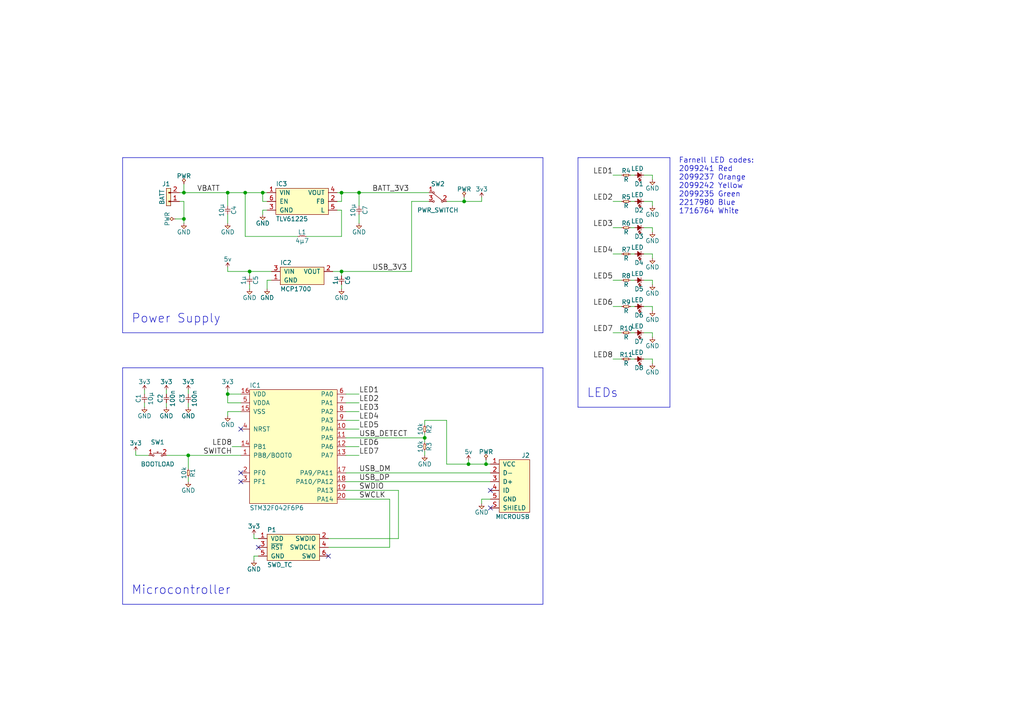
<source format=kicad_sch>
(kicad_sch (version 20230121) (generator eeschema)
  (paper "A4")
  (title_block (title "Electronics Club Michalmas Project") (date "2016-10-11") (rev "1") (comment 1 "Drawn By: D Turner & A Greig"))
  (lib_symbols
    (symbol "yuletronics-rescue:3v3" (power) (pin_numbers hide) (pin_names (offset 1.016) hide)
      (property "Value" "3v3" (at 0 2.286 0))
      (symbol "3v3_0_1"
        (polyline (pts (xy 0 1.27) (xy 0.508 0.508)))
        (polyline (pts (xy 0 0) (xy 0 1.27) (xy -0.508 0.508)))
      )
      (symbol "3v3_1_1"
        (pin power_in line (at 0 0 180) (length 0) hide (name "3v3") (number "1"))
      )
    )
    (symbol "yuletronics-rescue:5v" (power) (pin_numbers hide) (pin_names (offset 1.016) hide)
      (property "Value" "5v" (at 0 2.286 0))
      (symbol "5v_0_1"
        (polyline (pts (xy 0 1.27) (xy 0.508 0.508)))
        (polyline (pts (xy 0 0) (xy 0 1.27) (xy -0.508 0.508)))
      )
      (symbol "5v_1_1"
        (pin power_in line (at 0 0 180) (length 0) hide (name "5v") (number "1"))
      )
    )
    (symbol "yuletronics-rescue:C" (pin_numbers hide) (pin_names (offset 1.016) hide)
      (property "Reference" "C" (at 1.27 1.778 0))
      (property "Value" "C" (at 1.27 -1.778 0))
      (symbol "C_0_1"
        (polyline (pts (xy 1.016 0.762) (xy 1.016 -0.762)))
        (polyline (pts (xy 1.524 0.762) (xy 1.524 -0.762)))
      )
      (symbol "C_1_1"
        (pin passive line (at 0 0 0) (length 1.016) (name "~") (number "1"))
        (pin passive line (at 2.54 0 180) (length 1.016) (name "~") (number "2"))
      )
    )
    (symbol "yuletronics-rescue:CONN_01x02" (pin_names (offset 0.0254) hide)
      (property "Reference" "J" (at -1.27 2.54 0))
      (property "Value" "CONN_01x02" (at -1.27 -5.08 0))
      (symbol "CONN_01x02_0_1"
        (rectangle (start 0 -2.413) (end -0.635 -2.667) (fill (type outline)))
        (rectangle (start 0 0.127) (end -0.635 -0.127) (fill (type outline)))
        (rectangle (start 0 1.27) (end -1.27 -3.81) (fill (type background)))
      )
      (symbol "CONN_01x02_1_1"
        (pin passive line (at 2.54 0 180) (length 2.54) (name "1") (number "1"))
        (pin passive line (at 2.54 -2.54 180) (length 2.54) (name "2") (number "2"))
      )
    )
    (symbol "yuletronics-rescue:GND" (power) (pin_numbers hide) (pin_names (offset 1.016) hide)
      (property "Value" "GND" (at 0 -2.54 0))
      (symbol "GND_0_1"
        (polyline (pts (xy 0 0) (xy 0 -0.762)))
        (polyline (pts (xy -0.762 -0.762) (xy 0.762 -0.762) (xy 0 -1.524) (xy -0.762 -0.762)) (fill (type background)))
      )
      (symbol "GND_1_1"
        (pin power_in line (at 0 0 180) (length 0) hide (name "GND") (number "1"))
      )
    )
    (symbol "yuletronics-rescue:L" (pin_numbers hide) (pin_names (offset 1.016) hide)
      (property "Reference" "L" (at 1.27 1.27 0))
      (property "Value" "L" (at 1.27 -1.27 0))
      (symbol "L_0_1"
        (arc (start 1.016 0) (mid 0.762 0.2529) (end 0.508 0))
        (arc (start 1.524 0) (mid 1.27 0.2529) (end 1.016 0))
        (arc (start 2.032 0) (mid 1.778 0.2529) (end 1.524 0))
      )
      (symbol "L_1_1"
        (pin passive line (at 0 0 0) (length 0.508) (name "~") (number "1"))
        (pin passive line (at 2.54 0 180) (length 0.508) (name "~") (number "2"))
      )
    )
    (symbol "yuletronics-rescue:LED" (pin_numbers hide) (pin_names (offset 1.016) hide)
      (property "Reference" "D" (at 0 2.54 0))
      (property "Value" "LED" (at 0 -1.905 0))
      (symbol "LED_0_1"
        (polyline (pts (xy 0.762 0.762) (xy 0.762 -0.762)))
        (polyline (pts (xy 0.762 0) (xy 1.778 0.762) (xy 1.778 -0.762) (xy 0.762 0)) (fill (type outline)))
        (polyline (pts (xy 1.524 1.016) (xy 1.27 1.27) (xy 1.524 1.27) (xy 1.016 1.778) (xy 1.016 1.524) (xy 1.27 1.778) (xy 1.016 1.778)))
        (polyline (pts (xy 1.27 0.762) (xy 1.016 1.016) (xy 1.27 1.016) (xy 1.016 1.27) (xy 0.762 1.524) (xy 0.762 1.27) (xy 1.016 1.524) (xy 0.762 1.524)))
      )
      (symbol "LED_1_1"
        (pin passive line (at 0 0 0) (length 0.762) (name "~") (number "1"))
        (pin passive line (at 2.54 0 180) (length 0.762) (name "~") (number "2"))
      )
    )
    (symbol "yuletronics-rescue:MCP1700" (pin_names (offset 1.016))
      (property "Reference" "IC" (at -5.08 2.54 0))
      (property "Value" "MCP1700" (at -5.08 -5.08 0))
      (symbol "MCP1700_0_1"
        (rectangle (start -5.08 1.27) (end 7.62 -3.81) (fill (type background)))
      )
      (symbol "MCP1700_1_1"
        (pin power_in line (at -7.62 -2.54 0) (length 2.54) (name "GND") (number "1"))
        (pin power_out line (at 10.16 0 180) (length 2.54) (name "VOUT") (number "2"))
        (pin power_in line (at -7.62 0 0) (length 2.54) (name "VIN") (number "3"))
      )
    )
    (symbol "yuletronics-rescue:MICROUSB" (pin_names (offset 1.016))
      (property "Reference" "J" (at -3.81 7.62 0))
      (property "Value" "MICROUSB" (at -3.81 -10.16 0))
      (symbol "MICROUSB_0_1"
        (rectangle (start 5.08 6.35) (end -3.81 -8.89) (fill (type background)))
      )
      (symbol "MICROUSB_1_1"
        (pin power_in line (at 7.62 5.08 180) (length 2.54) (name "VCC") (number "1"))
        (pin bidirectional line (at 7.62 2.54 180) (length 2.54) (name "D-") (number "2"))
        (pin bidirectional line (at 7.62 0 180) (length 2.54) (name "D+") (number "3"))
        (pin passive line (at 7.62 -2.54 180) (length 2.54) (name "ID") (number "4"))
        (pin power_in line (at 7.62 -5.08 180) (length 2.54) (name "GND") (number "5"))
        (pin power_in line (at 7.62 -7.62 180) (length 2.54) (name "SHIELD") (number "S"))
      )
    )
    (symbol "yuletronics-rescue:PWR" (power) (pin_numbers hide) (pin_names (offset 1.016) hide)
      (property "Value" "PWR" (at 0 2.286 0))
      (symbol "PWR_0_1"
        (polyline (pts (xy 0 0.508) (xy -0.508 1.016) (xy 0 1.524) (xy 0.508 1.016) (xy 0 0.508)) (fill (type background)))
      )
      (symbol "PWR_1_1"
        (pin power_out line (at 0 0 90) (length 0.508) (name "pwr") (number "1"))
      )
    )
    (symbol "yuletronics-rescue:R" (pin_numbers hide) (pin_names (offset 1.016) hide)
      (property "Reference" "R" (at 1.27 1.27 0))
      (property "Value" "R" (at 1.27 -1.27 0))
      (symbol "R_0_1"
        (rectangle (start 0.508 0.254) (end 2.032 -0.254) (fill (type background)))
      )
      (symbol "R_1_1"
        (pin passive line (at 0 0 0) (length 0.508) (name "~") (number "1"))
        (pin passive line (at 2.54 0 180) (length 0.508) (name "~") (number "2"))
      )
    )
    (symbol "yuletronics-rescue:STM32F0xxFxPx" (pin_names (offset 1.016))
      (property "Reference" "IC" (at -12.7 17.78 0))
      (property "Value" "STM32F0xxFxPx" (at -12.7 -17.78 0))
      (symbol "STM32F0xxFxPx_0_0"
        (pin bidirectional line (at -15.24 -2.54 0) (length 2.54) (name "PB8/BOOT0") (number "1"))
        (pin bidirectional line (at 15.24 5.08 180) (length 2.54) (name "PA4") (number "10"))
        (pin bidirectional line (at 15.24 2.54 180) (length 2.54) (name "PA5") (number "11"))
        (pin bidirectional line (at 15.24 0 180) (length 2.54) (name "PA6") (number "12"))
        (pin bidirectional line (at 15.24 -2.54 180) (length 2.54) (name "PA7") (number "13"))
        (pin bidirectional line (at -15.24 0 0) (length 2.54) (name "PB1") (number "14"))
        (pin power_in line (at -15.24 10.16 0) (length 2.54) (name "VSS") (number "15"))
        (pin power_in line (at -15.24 15.24 0) (length 2.54) (name "VDD") (number "16"))
        (pin bidirectional line (at 15.24 -7.62 180) (length 2.54) (name "PA9/PA11") (number "17"))
        (pin bidirectional line (at 15.24 -10.16 180) (length 2.54) (name "PA10/PA12") (number "18"))
        (pin bidirectional line (at 15.24 -12.7 180) (length 2.54) (name "PA13") (number "19"))
        (pin bidirectional line (at -15.24 -7.62 0) (length 2.54) (name "PF0") (number "2"))
        (pin bidirectional line (at 15.24 -15.24 180) (length 2.54) (name "PA14") (number "20"))
        (pin bidirectional line (at -15.24 -10.16 0) (length 2.54) (name "PF1") (number "3"))
        (pin input line (at -15.24 5.08 0) (length 2.54) (name "NRST") (number "4"))
        (pin power_in line (at -15.24 12.7 0) (length 2.54) (name "VDDA") (number "5"))
        (pin bidirectional line (at 15.24 15.24 180) (length 2.54) (name "PA0") (number "6"))
        (pin bidirectional line (at 15.24 12.7 180) (length 2.54) (name "PA1") (number "7"))
        (pin bidirectional line (at 15.24 10.16 180) (length 2.54) (name "PA2") (number "8"))
        (pin bidirectional line (at 15.24 7.62 180) (length 2.54) (name "PA3") (number "9"))
      )
      (symbol "STM32F0xxFxPx_0_1"
        (rectangle (start -12.7 16.51) (end 12.7 -16.51) (fill (type background)))
      )
    )
    (symbol "yuletronics-rescue:SWD_TC" (pin_names (offset 1.016))
      (property "Reference" "P" (at -7.62 5.08 0))
      (property "Value" "SWD_TC" (at -7.62 -5.08 0))
      (symbol "SWD_TC_0_1"
        (rectangle (start -7.62 3.81) (end 7.62 -3.81) (fill (type background)))
      )
      (symbol "SWD_TC_1_1"
        (pin power_in line (at -10.16 2.54 0) (length 2.54) (name "VDD") (number "1"))
        (pin bidirectional line (at 10.16 2.54 180) (length 2.54) (name "SWDIO") (number "2"))
        (pin output line (at -10.16 0 0) (length 2.54) (name "~{RST}") (number "3"))
        (pin output line (at 10.16 0 180) (length 2.54) (name "SWDCLK") (number "4"))
        (pin power_in line (at -10.16 -2.54 0) (length 2.54) (name "GND") (number "5"))
        (pin input line (at 10.16 -2.54 180) (length 2.54) (name "SWO") (number "6"))
      )
    )
    (symbol "yuletronics-rescue:SWITCH_MOM" (pin_names (offset 0.0254) hide)
      (property "Reference" "SW" (at 0 3.81 0))
      (property "Value" "SWITCH_MOM" (at 0 -2.54 0))
      (symbol "SWITCH_MOM_0_1"
        (polyline (pts (xy -1.27 0.635) (xy 1.27 0.635)))
        (polyline (pts (xy -0.254 1.016) (xy 0.254 1.016)))
        (polyline (pts (xy 0 0.635) (xy 0 1.016)))
      )
      (symbol "SWITCH_MOM_1_1"
        (circle (center -1.27 0) (radius 0.254))
        (circle (center 1.27 0) (radius 0.254))
        (pin passive line (at 2.54 0 180) (length 1.016) (name "\"~{\"}") (number "1"))
        (pin passive line (at -2.54 0 0) (length 1.016) (name "\"~{\"}") (number "2"))
      )
    )
    (symbol "yuletronics-rescue:SWITCH_SPDT" (pin_names (offset 0.0254) hide)
      (property "Reference" "SW" (at 0 5.08 0))
      (property "Value" "SWITCH_SPDT" (at 0 -2.54 0))
      (symbol "SWITCH_SPDT_1_1"
        (circle (center -1.27 0) (radius 0.254))
        (polyline (pts (xy -1.27 0.254) (xy 1.27 2.286)))
        (circle (center 1.27 0) (radius 0.254))
        (circle (center 1.27 2.54) (radius 0.254))
        (pin passive line (at 2.54 2.54 180) (length 1.016) (name "\"~{\"}") (number "1"))
        (pin passive line (at -2.54 0 0) (length 1.016) (name "\"~{\"}") (number "2"))
        (pin passive line (at 2.54 0 180) (length 1.016) (name "\"~{\"}") (number "3"))
      )
    )
    (symbol "yuletronics-rescue:TLV61225" (pin_names (offset 1.016))
      (property "Reference" "IC" (at -7.62 5.08 0))
      (property "Value" "TLV61225" (at -7.62 -5.08 0))
      (symbol "TLV61225_0_0"
        (pin power_in line (at -10.16 2.54 0) (length 2.54) (name "VIN") (number "1"))
        (pin input line (at 10.16 0 180) (length 2.54) (name "FB") (number "2"))
        (pin power_in line (at -10.16 -2.54 0) (length 2.54) (name "GND") (number "3"))
        (pin power_out line (at 10.16 2.54 180) (length 2.54) (name "VOUT") (number "4"))
        (pin passive line (at 10.16 -2.54 180) (length 2.54) (name "L") (number "5"))
        (pin input line (at -10.16 0 0) (length 2.54) (name "EN") (number "6"))
      )
      (symbol "TLV61225_0_1"
        (rectangle (start -7.62 3.81) (end 7.62 -3.81) (fill (type background)))
      )
    )
  )
  (junction (at 71.12 55.88))
  (junction (at 66.04 114.3))
  (junction (at 72.39 78.74))
  (junction (at 66.04 55.88))
  (junction (at 135.89 134.62))
  (junction (at 54.61 132.08))
  (junction (at 134.62 58.42))
  (junction (at 76.2 55.88))
  (junction (at 99.06 55.88))
  (junction (at 53.34 63.5))
  (junction (at 104.14 55.88))
  (junction (at 99.06 78.74))
  (junction (at 123.19 127))
  (junction (at 140.97 134.62))
  (junction (at 53.34 55.88))
  (no_connect (at 74.93 158.75))
  (no_connect (at 95.25 161.29))
  (no_connect (at 142.24 142.24))
  (no_connect (at 69.85 137.16))
  (no_connect (at 142.24 147.32))
  (no_connect (at 69.85 139.7))
  (no_connect (at 69.85 124.46))
  (wire (pts (xy 66.04 116.84) (xy 69.85 116.84)))
  (wire (pts (xy 182.88 73.66) (xy 184.15 73.66)))
  (wire (pts (xy 182.88 88.9) (xy 184.15 88.9)))
  (wire (pts (xy 182.88 66.04) (xy 184.15 66.04)))
  (wire (pts (xy 119.38 58.42) (xy 124.46 58.42)))
  (wire (pts (xy 73.66 161.29) (xy 73.66 162.56)))
  (wire (pts (xy 182.88 96.52) (xy 184.15 96.52)))
  (wire (pts (xy 72.39 80.01) (xy 72.39 78.74)))
  (wire (pts (xy 67.31 129.54) (xy 69.85 129.54)))
  (wire (pts (xy 66.04 114.3) (xy 69.85 114.3)))
  (wire (pts (xy 182.88 81.28) (xy 184.15 81.28)))
  (wire (pts (xy 53.34 55.88) (xy 66.04 55.88)))
  (wire (pts (xy 71.12 68.58) (xy 71.12 55.88)))
  (wire (pts (xy 135.89 133.35) (xy 135.89 134.62)))
  (wire (pts (xy 72.39 83.82) (xy 72.39 82.55)))
  (polyline (pts (xy 157.48 106.68) (xy 35.56 106.68)))
  (wire (pts (xy 54.61 113.03) (xy 54.61 114.3)))
  (wire (pts (xy 186.69 88.9) (xy 189.23 88.9)))
  (wire (pts (xy 182.88 50.8) (xy 184.15 50.8)))
  (wire (pts (xy 41.91 118.11) (xy 41.91 116.84)))
  (wire (pts (xy 189.23 50.8) (xy 189.23 52.07)))
  (wire (pts (xy 77.47 60.96) (xy 76.2 60.96)))
  (wire (pts (xy 53.34 58.42) (xy 53.34 63.5)))
  (wire (pts (xy 177.8 66.04) (xy 180.34 66.04)))
  (wire (pts (xy 66.04 78.74) (xy 72.39 78.74)))
  (wire (pts (xy 100.33 121.92) (xy 104.14 121.92)))
  (wire (pts (xy 177.8 96.52) (xy 180.34 96.52)))
  (wire (pts (xy 99.06 60.96) (xy 97.79 60.96)))
  (wire (pts (xy 99.06 83.82) (xy 99.06 82.55)))
  (wire (pts (xy 177.8 73.66) (xy 180.34 73.66)))
  (wire (pts (xy 177.8 50.8) (xy 180.34 50.8)))
  (wire (pts (xy 135.89 134.62) (xy 140.97 134.62)))
  (wire (pts (xy 66.04 55.88) (xy 71.12 55.88)))
  (wire (pts (xy 189.23 73.66) (xy 189.23 74.93)))
  (wire (pts (xy 72.39 78.74) (xy 78.74 78.74)))
  (wire (pts (xy 142.24 144.78) (xy 139.7 144.78)))
  (wire (pts (xy 76.2 55.88) (xy 77.47 55.88)))
  (polyline (pts (xy 35.56 96.52) (xy 35.56 45.72)))
  (wire (pts (xy 76.2 60.96) (xy 76.2 62.23)))
  (wire (pts (xy 100.33 127) (xy 123.19 127)))
  (polyline (pts (xy 157.48 175.26) (xy 157.48 106.68)))
  (wire (pts (xy 50.8 63.5) (xy 53.34 63.5)))
  (wire (pts (xy 86.36 68.58) (xy 71.12 68.58)))
  (wire (pts (xy 66.04 62.23) (xy 66.04 64.77)))
  (wire (pts (xy 186.69 104.14) (xy 189.23 104.14)))
  (wire (pts (xy 115.57 142.24) (xy 115.57 156.21)))
  (wire (pts (xy 97.79 58.42) (xy 99.06 58.42)))
  (wire (pts (xy 123.19 132.08) (xy 123.19 130.81)))
  (wire (pts (xy 140.97 134.62) (xy 142.24 134.62)))
  (wire (pts (xy 186.69 96.52) (xy 189.23 96.52)))
  (wire (pts (xy 182.88 104.14) (xy 184.15 104.14)))
  (wire (pts (xy 74.93 161.29) (xy 73.66 161.29)))
  (wire (pts (xy 186.69 73.66) (xy 189.23 73.66)))
  (wire (pts (xy 177.8 104.14) (xy 180.34 104.14)))
  (wire (pts (xy 48.26 132.08) (xy 54.61 132.08)))
  (wire (pts (xy 104.14 55.88) (xy 104.14 59.69)))
  (wire (pts (xy 104.14 62.23) (xy 104.14 64.77)))
  (wire (pts (xy 99.06 68.58) (xy 99.06 60.96)))
  (wire (pts (xy 99.06 78.74) (xy 99.06 80.01)))
  (polyline (pts (xy 194.31 118.11) (xy 194.31 45.72)))
  (wire (pts (xy 76.2 58.42) (xy 76.2 55.88)))
  (wire (pts (xy 104.14 124.46) (xy 100.33 124.46)))
  (wire (pts (xy 100.33 129.54) (xy 104.14 129.54)))
  (wire (pts (xy 52.07 55.88) (xy 53.34 55.88)))
  (wire (pts (xy 66.04 59.69) (xy 66.04 55.88)))
  (wire (pts (xy 54.61 139.7) (xy 54.61 138.43)))
  (wire (pts (xy 189.23 81.28) (xy 189.23 82.55)))
  (wire (pts (xy 104.14 55.88) (xy 124.46 55.88)))
  (wire (pts (xy 113.03 158.75) (xy 95.25 158.75)))
  (wire (pts (xy 66.04 113.03) (xy 66.04 114.3)))
  (wire (pts (xy 189.23 96.52) (xy 189.23 97.79)))
  (wire (pts (xy 129.54 134.62) (xy 129.54 121.92)))
  (wire (pts (xy 104.14 132.08) (xy 100.33 132.08)))
  (wire (pts (xy 113.03 144.78) (xy 113.03 158.75)))
  (wire (pts (xy 66.04 119.38) (xy 69.85 119.38)))
  (wire (pts (xy 189.23 88.9) (xy 189.23 90.17)))
  (wire (pts (xy 96.52 78.74) (xy 99.06 78.74)))
  (wire (pts (xy 182.88 58.42) (xy 184.15 58.42)))
  (wire (pts (xy 77.47 83.82) (xy 77.47 81.28)))
  (wire (pts (xy 134.62 58.42) (xy 134.62 57.15)))
  (wire (pts (xy 77.47 58.42) (xy 76.2 58.42)))
  (wire (pts (xy 186.69 58.42) (xy 189.23 58.42)))
  (wire (pts (xy 77.47 81.28) (xy 78.74 81.28)))
  (wire (pts (xy 100.33 116.84) (xy 104.14 116.84)))
  (wire (pts (xy 189.23 66.04) (xy 189.23 67.31)))
  (wire (pts (xy 100.33 144.78) (xy 113.03 144.78)))
  (wire (pts (xy 186.69 81.28) (xy 189.23 81.28)))
  (wire (pts (xy 100.33 142.24) (xy 115.57 142.24)))
  (wire (pts (xy 39.37 132.08) (xy 43.18 132.08)))
  (wire (pts (xy 129.54 121.92) (xy 123.19 121.92)))
  (wire (pts (xy 129.54 58.42) (xy 134.62 58.42)))
  (wire (pts (xy 104.14 119.38) (xy 100.33 119.38)))
  (wire (pts (xy 189.23 104.14) (xy 189.23 105.41)))
  (wire (pts (xy 177.8 88.9) (xy 180.34 88.9)))
  (wire (pts (xy 115.57 156.21) (xy 95.25 156.21)))
  (polyline (pts (xy 35.56 45.72) (xy 157.48 45.72)))
  (wire (pts (xy 88.9 68.58) (xy 99.06 68.58)))
  (wire (pts (xy 99.06 58.42) (xy 99.06 55.88)))
  (wire (pts (xy 66.04 119.38) (xy 66.04 120.65)))
  (wire (pts (xy 186.69 66.04) (xy 189.23 66.04)))
  (wire (pts (xy 139.7 144.78) (xy 139.7 146.05)))
  (wire (pts (xy 99.06 78.74) (xy 119.38 78.74)))
  (wire (pts (xy 54.61 132.08) (xy 69.85 132.08)))
  (wire (pts (xy 99.06 55.88) (xy 104.14 55.88)))
  (wire (pts (xy 123.19 125.73) (xy 123.19 127)))
  (wire (pts (xy 73.66 156.21) (xy 74.93 156.21)))
  (polyline (pts (xy 167.64 45.72) (xy 167.64 118.11)))
  (wire (pts (xy 54.61 135.89) (xy 54.61 132.08)))
  (polyline (pts (xy 35.56 106.68) (xy 35.56 175.26)))
  (wire (pts (xy 66.04 78.74) (xy 66.04 77.47)))
  (wire (pts (xy 52.07 58.42) (xy 53.34 58.42)))
  (polyline (pts (xy 167.64 118.11) (xy 194.31 118.11)))
  (wire (pts (xy 48.26 116.84) (xy 48.26 118.11)))
  (polyline (pts (xy 35.56 175.26) (xy 157.48 175.26)))
  (wire (pts (xy 119.38 78.74) (xy 119.38 58.42)))
  (wire (pts (xy 53.34 53.34) (xy 53.34 55.88)))
  (wire (pts (xy 186.69 50.8) (xy 189.23 50.8)))
  (wire (pts (xy 53.34 63.5) (xy 53.34 64.77)))
  (wire (pts (xy 139.7 58.42) (xy 139.7 57.15)))
  (wire (pts (xy 66.04 114.3) (xy 66.04 116.84)))
  (wire (pts (xy 73.66 154.94) (xy 73.66 156.21)))
  (wire (pts (xy 123.19 121.92) (xy 123.19 123.19)))
  (wire (pts (xy 41.91 114.3) (xy 41.91 113.03)))
  (polyline (pts (xy 157.48 45.72) (xy 157.48 96.52)))
  (wire (pts (xy 100.33 137.16) (xy 142.24 137.16)))
  (wire (pts (xy 71.12 55.88) (xy 76.2 55.88)))
  (wire (pts (xy 39.37 130.81) (xy 39.37 132.08)))
  (polyline (pts (xy 157.48 96.52) (xy 35.56 96.52)))
  (wire (pts (xy 97.79 55.88) (xy 99.06 55.88)))
  (wire (pts (xy 123.19 127) (xy 123.19 128.27)))
  (wire (pts (xy 189.23 58.42) (xy 189.23 59.69)))
  (wire (pts (xy 177.8 58.42) (xy 180.34 58.42)))
  (wire (pts (xy 104.14 114.3) (xy 100.33 114.3)))
  (polyline (pts (xy 194.31 45.72) (xy 167.64 45.72)))
  (wire (pts (xy 48.26 113.03) (xy 48.26 114.3)))
  (wire (pts (xy 140.97 133.35) (xy 140.97 134.62)))
  (wire (pts (xy 177.8 81.28) (xy 180.34 81.28)))
  (wire (pts (xy 129.54 134.62) (xy 135.89 134.62)))
  (wire (pts (xy 54.61 116.84) (xy 54.61 118.11)))
  (wire (pts (xy 100.33 139.7) (xy 142.24 139.7)))
  (wire (pts (xy 134.62 58.42) (xy 139.7 58.42)))
  (text "Microcontroller" (at 38.1 172.72 0) (effects (font (size 2.54 2.54)) (justify left bottom)))
  (text "Power Supply" (at 38.1 93.98 0) (effects (font (size 2.54 2.54)) (justify left bottom)))
  (text "Farnell LED codes:\n2099241 Red\n2099237 Orange\n2099242 Yellow\n2099235 Green\n2217980 Blue\n1716764 White" (at 196.85 62.23 0) (effects (font (size 1.524 1.524)) (justify left bottom)))
  (text "LEDs" (at 170.18 115.57 0) (effects (font (size 2.54 2.54)) (justify left bottom)))
  (label "LED7" (at 177.8 96.52 180) (effects (font (size 1.524 1.524))))
  (label "LED3" (at 177.8 66.04 180) (effects (font (size 1.524 1.524))))
  (label "LED7" (at 104.14 132.08 0) (effects (font (size 1.524 1.524))))
  (label "LED6" (at 104.14 129.54 0) (effects (font (size 1.524 1.524))))
  (label "LED5" (at 104.14 124.46 0) (effects (font (size 1.524 1.524))))
  (label "LED2" (at 104.14 116.84 0) (effects (font (size 1.524 1.524))))
  (label "USB_DP" (at 104.14 139.7 0) (effects (font (size 1.524 1.524))))
  (label "LED4" (at 104.14 121.92 0) (effects (font (size 1.524 1.524))))
  (label "LED4" (at 177.8 73.66 180) (effects (font (size 1.524 1.524))))
  (label "LED6" (at 177.8 88.9 180) (effects (font (size 1.524 1.524))))
  (label "LED3" (at 104.14 119.38 0) (effects (font (size 1.524 1.524))))
  (label "USB_DM" (at 104.14 137.16 0) (effects (font (size 1.524 1.524))))
  (label "USB_DETECT" (at 104.14 127 0) (effects (font (size 1.524 1.524))))
  (label "LED8" (at 177.8 104.14 180) (effects (font (size 1.524 1.524))))
  (label "LED2" (at 177.8 58.42 180) (effects (font (size 1.524 1.524))))
  (label "LED5" (at 177.8 81.28 180) (effects (font (size 1.524 1.524))))
  (label "LED8" (at 67.31 129.54 180) (effects (font (size 1.524 1.524))))
  (label "USB_3V3" (at 107.95 78.74 0) (effects (font (size 1.524 1.524))))
  (label "SWCLK" (at 104.14 144.78 0) (effects (font (size 1.524 1.524))))
  (label "SWITCH" (at 67.31 132.08 180) (effects (font (size 1.524 1.524))))
  (label "LED1" (at 177.8 50.8 180) (effects (font (size 1.524 1.524))))
  (label "SWDIO" (at 104.14 142.24 0) (effects (font (size 1.524 1.524))))
  (label "VBATT" (at 57.15 55.88 0) (effects (font (size 1.524 1.524))))
  (label "LED1" (at 104.14 114.3 0) (effects (font (size 1.524 1.524))))
  (label "BATT_3V3" (at 107.95 55.88 0) (effects (font (size 1.524 1.524))))
  (symbol (lib_id "yuletronics-rescue:STM32F0xxFxPx") (at 85.09 129.54 0) (unit 1)
    (property "Reference" "IC1" (at 72.39 111.76 0) (effects (justify left)))
    (property "Value" "STM32F042F6P6" (at 72.39 147.32 0) (effects (justify left)))
    (property "Footprint" "agg:TSSOP-20" (effects hide))
    (property "Datasheet" "http://www.st.com/st-web-ui/static/active/en/resource/technical/document/datasheet/DM00105814.pdf" (effects hide))
    (property "Farnell" "2469549" (effects hide))
  )
  (symbol (lib_id "yuletronics-rescue:SWD_TC") (at 85.09 158.75 0) (unit 1)
    (property "Reference" "P1" (at 77.47 153.67 0) (effects (justify left)))
    (property "Value" "SWD_TC" (at 77.47 163.83 0) (effects (justify left)))
    (property "Footprint" "agg:TC2030-NL" (effects hide))
  )
  (symbol (lib_id "yuletronics-rescue:MICROUSB") (at 149.86 139.7 0) (mirror y) (unit 1)
    (property "Reference" "J2" (at 153.67 132.08 0) (effects (justify left)))
    (property "Value" "MICROUSB" (at 153.67 149.86 0) (effects (justify left)))
    (property "Footprint" "agg:MICROUSB_MOLEX_47589-0001" (effects hide))
    (property "Farnell" "1568023" (effects hide))
  )
  (symbol (lib_id "yuletronics-rescue:GND") (at 73.66 162.56 0) (unit 1)
    (property "Reference" "#PWR01" (effects hide))
    (property "Value" "GND" (at 73.66 165.1 0))
  )
  (symbol (lib_id "yuletronics-rescue:3v3") (at 73.66 154.94 0) (unit 1)
    (property "Reference" "#PWR02" (effects hide))
    (property "Value" "3v3" (at 73.66 152.654 0))
  )
  (symbol (lib_id "yuletronics-rescue:3v3") (at 66.04 113.03 0) (unit 1)
    (property "Reference" "#PWR03" (effects hide))
    (property "Value" "3v3" (at 66.04 110.744 0))
  )
  (symbol (lib_id "yuletronics-rescue:GND") (at 66.04 120.65 0) (unit 1)
    (property "Reference" "#PWR04" (effects hide))
    (property "Value" "GND" (at 66.04 123.19 0))
  )
  (symbol (lib_id "yuletronics-rescue:C") (at 54.61 116.84 90) (unit 1)
    (property "Reference" "C3" (at 52.832 115.57 0))
    (property "Value" "100n" (at 56.388 115.57 0))
    (property "Footprint" "agg:0805" (effects hide))
    (property "Farnell" "1759265" (effects hide))
  )
  (symbol (lib_id "yuletronics-rescue:C") (at 48.26 116.84 90) (unit 1)
    (property "Reference" "C2" (at 46.482 115.57 0))
    (property "Value" "100n" (at 50.038 115.57 0))
    (property "Footprint" "agg:0805" (effects hide))
    (property "Farnell" "1759265" (effects hide))
  )
  (symbol (lib_id "yuletronics-rescue:C") (at 41.91 116.84 90) (unit 1)
    (property "Reference" "C1" (at 40.132 115.57 0))
    (property "Value" "10µ" (at 43.688 115.57 0))
    (property "Footprint" "agg:0805" (effects hide))
    (property "Farnell" "2320851" (effects hide))
  )
  (symbol (lib_id "yuletronics-rescue:SWITCH_MOM") (at 45.72 132.08 0) (mirror y) (unit 1)
    (property "Reference" "SW1" (at 45.72 128.27 0))
    (property "Value" "BOOTLOAD" (at 45.72 134.62 0))
    (property "Footprint" "agg:MOM_SWITCH" (effects hide))
    (property "Datasheet" "http://www.farnell.com/datasheets/1582297.pdf" (effects hide))
    (property "Farnell" "2056809" (effects hide))
  )
  (symbol (lib_id "yuletronics-rescue:3v3") (at 54.61 113.03 0) (unit 1)
    (property "Reference" "#PWR05" (effects hide))
    (property "Value" "3v3" (at 54.61 110.744 0))
  )
  (symbol (lib_id "yuletronics-rescue:3v3") (at 48.26 113.03 0) (unit 1)
    (property "Reference" "#PWR06" (effects hide))
    (property "Value" "3v3" (at 48.26 110.744 0))
  )
  (symbol (lib_id "yuletronics-rescue:3v3") (at 41.91 113.03 0) (unit 1)
    (property "Reference" "#PWR07" (effects hide))
    (property "Value" "3v3" (at 41.91 110.744 0))
  )
  (symbol (lib_id "yuletronics-rescue:GND") (at 54.61 118.11 0) (unit 1)
    (property "Reference" "#PWR08" (effects hide))
    (property "Value" "GND" (at 54.61 120.65 0))
  )
  (symbol (lib_id "yuletronics-rescue:GND") (at 48.26 118.11 0) (unit 1)
    (property "Reference" "#PWR09" (effects hide))
    (property "Value" "GND" (at 48.26 120.65 0))
  )
  (symbol (lib_id "yuletronics-rescue:GND") (at 41.91 118.11 0) (unit 1)
    (property "Reference" "#PWR010" (effects hide))
    (property "Value" "GND" (at 41.91 120.65 0))
  )
  (symbol (lib_id "yuletronics-rescue:R") (at 54.61 135.89 270) (unit 1)
    (property "Reference" "R1" (at 55.88 137.16 0))
    (property "Value" "10k" (at 53.34 137.16 0))
    (property "Footprint" "agg:0805" (effects hide))
    (property "Farnell" "9332391" (effects hide))
  )
  (symbol (lib_id "yuletronics-rescue:GND") (at 54.61 139.7 0) (unit 1)
    (property "Reference" "#PWR020" (effects hide))
    (property "Value" "GND" (at 54.61 142.24 0))
  )
  (symbol (lib_id "yuletronics-rescue:GND") (at 139.7 146.05 0) (unit 1)
    (property "Reference" "#PWR011" (effects hide))
    (property "Value" "GND" (at 139.7 148.59 0))
  )
  (symbol (lib_id "yuletronics-rescue:3v3") (at 39.37 130.81 0) (unit 1)
    (property "Reference" "#PWR021" (effects hide))
    (property "Value" "3v3" (at 39.37 128.524 0))
  )
  (symbol (lib_id "yuletronics-rescue:5v") (at 135.89 133.35 0) (unit 1)
    (property "Reference" "#PWR012" (effects hide))
    (property "Value" "5v" (at 135.89 131.064 0))
  )
  (symbol (lib_id "yuletronics-rescue:LED") (at 186.69 50.8 180) (unit 1)
    (property "Reference" "D1" (at 186.69 53.34 0) (effects (justify left)))
    (property "Value" "LED" (at 186.69 48.895 0) (effects (justify left)))
    (property "Footprint" "agg:0805-LED" (effects hide))
    (property "Farnell" "2099241" (effects hide))
  )
  (symbol (lib_id "yuletronics-rescue:R") (at 180.34 50.8 0) (unit 1)
    (property "Reference" "R4" (at 181.61 49.53 0))
    (property "Value" "R" (at 181.61 52.07 0))
    (property "Footprint" "agg:0805" (effects hide))
  )
  (symbol (lib_id "yuletronics-rescue:TLV61225") (at 87.63 58.42 0) (unit 1)
    (property "Reference" "IC3" (at 80.01 53.34 0) (effects (justify left)))
    (property "Value" "TLV61225" (at 80.01 63.5 0) (effects (justify left)))
    (property "Footprint" "agg:SC-70-6" (effects hide))
    (property "Datasheet" "http://www.ti.com/lit/ds/symlink/tlv61225.pdf" (effects hide))
    (property "Farnell" "2492362" (effects hide))
  )
  (symbol (lib_id "yuletronics-rescue:CONN_01x02") (at 49.53 58.42 0) (mirror x) (unit 1)
    (property "Reference" "J1" (at 46.99 53.34 0) (effects (justify left)))
    (property "Value" "BATT" (at 46.99 57.15 90))
    (property "Footprint" "agg:AAA_HOLDER" (effects hide))
    (property "Datasheet" "http://www.farnell.com/datasheets/1703957.pdf" (effects hide))
    (property "Farnell" "1702632" (effects hide))
  )
  (symbol (lib_id "yuletronics-rescue:GND") (at 53.34 64.77 0) (unit 1)
    (property "Reference" "#PWR013" (effects hide))
    (property "Value" "GND" (at 53.34 67.31 0))
  )
  (symbol (lib_id "yuletronics-rescue:C") (at 66.04 59.69 270) (unit 1)
    (property "Reference" "C4" (at 67.818 60.96 0))
    (property "Value" "10µ" (at 64.262 60.96 0))
    (property "Footprint" "agg:0805" (effects hide))
    (property "Farnell" "2320851" (effects hide))
  )
  (symbol (lib_id "yuletronics-rescue:GND") (at 66.04 64.77 0) (unit 1)
    (property "Reference" "#PWR014" (effects hide))
    (property "Value" "GND" (at 66.04 67.31 0))
  )
  (symbol (lib_id "yuletronics-rescue:GND") (at 76.2 62.23 0) (unit 1)
    (property "Reference" "#PWR015" (effects hide))
    (property "Value" "GND" (at 76.2 64.77 0))
  )
  (symbol (lib_id "yuletronics-rescue:C") (at 104.14 59.69 270) (unit 1)
    (property "Reference" "C7" (at 105.918 60.96 0))
    (property "Value" "10µ" (at 102.362 60.96 0))
    (property "Footprint" "agg:0805" (effects hide))
    (property "Farnell" "2320851" (effects hide))
  )
  (symbol (lib_id "yuletronics-rescue:L") (at 86.36 68.58 0) (unit 1)
    (property "Reference" "L1" (at 87.63 67.31 0))
    (property "Value" "4µ7" (at 87.63 69.85 0))
    (property "Footprint" "agg:2016M" (effects hide))
    (property "Datasheet" "http://www.farnell.com/datasheets/2113219.pdf" (effects hide))
    (property "Farnell" "2616849" (effects hide))
  )
  (symbol (lib_id "yuletronics-rescue:GND") (at 104.14 64.77 0) (unit 1)
    (property "Reference" "#PWR016" (effects hide))
    (property "Value" "GND" (at 104.14 67.31 0))
  )
  (symbol (lib_id "yuletronics-rescue:SWITCH_SPDT") (at 127 58.42 0) (mirror y) (unit 1)
    (property "Reference" "SW2" (at 127 53.34 0))
    (property "Value" "PWR_SWITCH" (at 127 60.96 0))
    (property "Footprint" "agg:SPDT_SWITCH" (effects hide))
    (property "Datasheet" "http://www.farnell.com/datasheets/2044662.pdf" (effects hide))
    (property "Farnell" "1201430" (effects hide))
  )
  (symbol (lib_id "yuletronics-rescue:PWR") (at 53.34 53.34 0) (unit 1)
    (property "Reference" "#FLG017" (effects hide))
    (property "Value" "PWR" (at 53.34 51.054 0))
  )
  (symbol (lib_id "yuletronics-rescue:PWR") (at 50.8 63.5 90) (unit 1)
    (property "Reference" "#FLG018" (effects hide))
    (property "Value" "PWR" (at 48.514 63.5 0))
  )
  (symbol (lib_id "yuletronics-rescue:3v3") (at 139.7 57.15 0) (unit 1)
    (property "Reference" "#PWR019" (effects hide))
    (property "Value" "3v3" (at 139.7 54.864 0))
  )
  (symbol (lib_id "yuletronics-rescue:R") (at 123.19 123.19 270) (unit 1)
    (property "Reference" "R2" (at 124.46 124.46 0))
    (property "Value" "10k" (at 121.92 124.46 0))
    (property "Footprint" "agg:0805" (effects hide))
    (property "Farnell" "9332391" (effects hide))
  )
  (symbol (lib_id "yuletronics-rescue:R") (at 123.19 128.27 270) (unit 1)
    (property "Reference" "R3" (at 124.46 129.54 0))
    (property "Value" "10k" (at 121.92 129.54 0))
    (property "Footprint" "agg:0805" (effects hide))
    (property "Farnell" "9332391" (effects hide))
  )
  (symbol (lib_id "yuletronics-rescue:GND") (at 123.19 132.08 0) (unit 1)
    (property "Reference" "#PWR022" (effects hide))
    (property "Value" "GND" (at 123.19 134.62 0))
  )
  (symbol (lib_id "yuletronics-rescue:GND") (at 189.23 52.07 0) (unit 1)
    (property "Reference" "#PWR023" (effects hide))
    (property "Value" "GND" (at 189.23 54.61 0))
  )
  (symbol (lib_id "yuletronics-rescue:LED") (at 186.69 58.42 180) (unit 1)
    (property "Reference" "D2" (at 186.69 60.96 0) (effects (justify left)))
    (property "Value" "LED" (at 186.69 56.515 0) (effects (justify left)))
    (property "Footprint" "agg:0805-LED" (effects hide))
    (property "Farnell" "2099235" (effects hide))
  )
  (symbol (lib_id "yuletronics-rescue:R") (at 180.34 58.42 0) (unit 1)
    (property "Reference" "R5" (at 181.61 57.15 0))
    (property "Value" "R" (at 181.61 59.69 0))
    (property "Footprint" "agg:0805" (effects hide))
  )
  (symbol (lib_id "yuletronics-rescue:GND") (at 189.23 59.69 0) (unit 1)
    (property "Reference" "#PWR024" (effects hide))
    (property "Value" "GND" (at 189.23 62.23 0))
  )
  (symbol (lib_id "yuletronics-rescue:LED") (at 186.69 66.04 180) (unit 1)
    (property "Reference" "D3" (at 186.69 68.58 0) (effects (justify left)))
    (property "Value" "LED" (at 186.69 64.135 0) (effects (justify left)))
    (property "Footprint" "agg:0805-LED" (effects hide))
    (property "Farnell" "2099241" (effects hide))
  )
  (symbol (lib_id "yuletronics-rescue:R") (at 180.34 66.04 0) (unit 1)
    (property "Reference" "R6" (at 181.61 64.77 0))
    (property "Value" "R" (at 181.61 67.31 0))
    (property "Footprint" "agg:0805" (effects hide))
  )
  (symbol (lib_id "yuletronics-rescue:GND") (at 189.23 67.31 0) (unit 1)
    (property "Reference" "#PWR025" (effects hide))
    (property "Value" "GND" (at 189.23 69.85 0))
  )
  (symbol (lib_id "yuletronics-rescue:LED") (at 186.69 73.66 180) (unit 1)
    (property "Reference" "D4" (at 186.69 76.2 0) (effects (justify left)))
    (property "Value" "LED" (at 186.69 71.755 0) (effects (justify left)))
    (property "Footprint" "agg:0805-LED" (effects hide))
    (property "Farnell" "2099235" (effects hide))
  )
  (symbol (lib_id "yuletronics-rescue:R") (at 180.34 73.66 0) (unit 1)
    (property "Reference" "R7" (at 181.61 72.39 0))
    (property "Value" "R" (at 181.61 74.93 0))
    (property "Footprint" "agg:0805" (effects hide))
  )
  (symbol (lib_id "yuletronics-rescue:GND") (at 189.23 74.93 0) (unit 1)
    (property "Reference" "#PWR026" (effects hide))
    (property "Value" "GND" (at 189.23 77.47 0))
  )
  (symbol (lib_id "yuletronics-rescue:LED") (at 186.69 81.28 180) (unit 1)
    (property "Reference" "D5" (at 186.69 83.82 0) (effects (justify left)))
    (property "Value" "LED" (at 186.69 79.375 0) (effects (justify left)))
    (property "Footprint" "agg:0805-LED" (effects hide))
    (property "Farnell" "2099241" (effects hide))
  )
  (symbol (lib_id "yuletronics-rescue:R") (at 180.34 81.28 0) (unit 1)
    (property "Reference" "R8" (at 181.61 80.01 0))
    (property "Value" "R" (at 181.61 82.55 0))
    (property "Footprint" "agg:0805" (effects hide))
  )
  (symbol (lib_id "yuletronics-rescue:GND") (at 189.23 82.55 0) (unit 1)
    (property "Reference" "#PWR027" (effects hide))
    (property "Value" "GND" (at 189.23 85.09 0))
  )
  (symbol (lib_id "yuletronics-rescue:LED") (at 186.69 88.9 180) (unit 1)
    (property "Reference" "D6" (at 186.69 91.44 0) (effects (justify left)))
    (property "Value" "LED" (at 186.69 86.995 0) (effects (justify left)))
    (property "Footprint" "agg:0805-LED" (effects hide))
    (property "Farnell" "2099235" (effects hide))
  )
  (symbol (lib_id "yuletronics-rescue:R") (at 180.34 88.9 0) (unit 1)
    (property "Reference" "R9" (at 181.61 87.63 0))
    (property "Value" "R" (at 181.61 90.17 0))
    (property "Footprint" "agg:0805" (effects hide))
  )
  (symbol (lib_id "yuletronics-rescue:GND") (at 189.23 90.17 0) (unit 1)
    (property "Reference" "#PWR028" (effects hide))
    (property "Value" "GND" (at 189.23 92.71 0))
  )
  (symbol (lib_id "yuletronics-rescue:LED") (at 186.69 96.52 180) (unit 1)
    (property "Reference" "D7" (at 186.69 99.06 0) (effects (justify left)))
    (property "Value" "LED" (at 186.69 94.615 0) (effects (justify left)))
    (property "Footprint" "agg:0805-LED" (effects hide))
    (property "Farnell" "2099241" (effects hide))
  )
  (symbol (lib_id "yuletronics-rescue:R") (at 180.34 96.52 0) (unit 1)
    (property "Reference" "R10" (at 181.61 95.25 0))
    (property "Value" "R" (at 181.61 97.79 0))
    (property "Footprint" "agg:0805" (effects hide))
  )
  (symbol (lib_id "yuletronics-rescue:GND") (at 189.23 97.79 0) (unit 1)
    (property "Reference" "#PWR029" (effects hide))
    (property "Value" "GND" (at 189.23 100.33 0))
  )
  (symbol (lib_id "yuletronics-rescue:LED") (at 186.69 104.14 180) (unit 1)
    (property "Reference" "D8" (at 186.69 106.68 0) (effects (justify left)))
    (property "Value" "LED" (at 186.69 102.235 0) (effects (justify left)))
    (property "Footprint" "agg:0805-LED" (effects hide))
    (property "Farnell" "2099235" (effects hide))
  )
  (symbol (lib_id "yuletronics-rescue:R") (at 180.34 104.14 0) (unit 1)
    (property "Reference" "R11" (at 181.61 102.87 0))
    (property "Value" "R" (at 181.61 105.41 0))
    (property "Footprint" "agg:0805" (effects hide))
  )
  (symbol (lib_id "yuletronics-rescue:GND") (at 189.23 105.41 0) (unit 1)
    (property "Reference" "#PWR030" (effects hide))
    (property "Value" "GND" (at 189.23 107.95 0))
  )
  (symbol (lib_id "yuletronics-rescue:MCP1700") (at 86.36 78.74 0) (unit 1)
    (property "Reference" "IC2" (at 81.28 76.2 0) (effects (justify left)))
    (property "Value" "MCP1700" (at 81.28 83.82 0) (effects (justify left)))
    (property "Footprint" "agg:SOT-23" (effects hide))
    (property "Datasheet" "http://www.farnell.com/datasheets/1784514.pdf" (effects hide))
    (property "Farnell" "1296592" (effects hide))
  )
  (symbol (lib_id "yuletronics-rescue:C") (at 72.39 80.01 270) (unit 1)
    (property "Reference" "C5" (at 74.168 81.28 0))
    (property "Value" "1µ" (at 70.612 81.28 0))
    (property "Footprint" "agg:0805" (effects hide))
    (property "Farnell" "2320853" (effects hide))
  )
  (symbol (lib_id "yuletronics-rescue:C") (at 99.06 80.01 270) (unit 1)
    (property "Reference" "C6" (at 100.838 81.28 0))
    (property "Value" "1µ" (at 97.282 81.28 0))
    (property "Footprint" "agg:0805" (effects hide))
    (property "Farnell" "2320853" (effects hide))
  )
  (symbol (lib_id "yuletronics-rescue:5v") (at 66.04 77.47 0) (unit 1)
    (property "Reference" "#PWR031" (effects hide))
    (property "Value" "5v" (at 66.04 75.184 0))
  )
  (symbol (lib_id "yuletronics-rescue:GND") (at 77.47 83.82 0) (unit 1)
    (property "Reference" "#PWR032" (effects hide))
    (property "Value" "GND" (at 77.47 86.36 0))
  )
  (symbol (lib_id "yuletronics-rescue:GND") (at 72.39 83.82 0) (unit 1)
    (property "Reference" "#PWR033" (effects hide))
    (property "Value" "GND" (at 72.39 86.36 0))
  )
  (symbol (lib_id "yuletronics-rescue:GND") (at 99.06 83.82 0) (unit 1)
    (property "Reference" "#PWR034" (effects hide))
    (property "Value" "GND" (at 99.06 86.36 0))
  )
  (symbol (lib_id "yuletronics-rescue:PWR") (at 134.62 57.15 0) (unit 1)
    (property "Reference" "#FLG035" (effects hide))
    (property "Value" "PWR" (at 134.62 54.864 0))
  )
  (symbol (lib_id "yuletronics-rescue:PWR") (at 140.97 133.35 0) (unit 1)
    (property "Reference" "#FLG036" (effects hide))
    (property "Value" "PWR" (at 140.97 131.064 0))
  )
)
</source>
